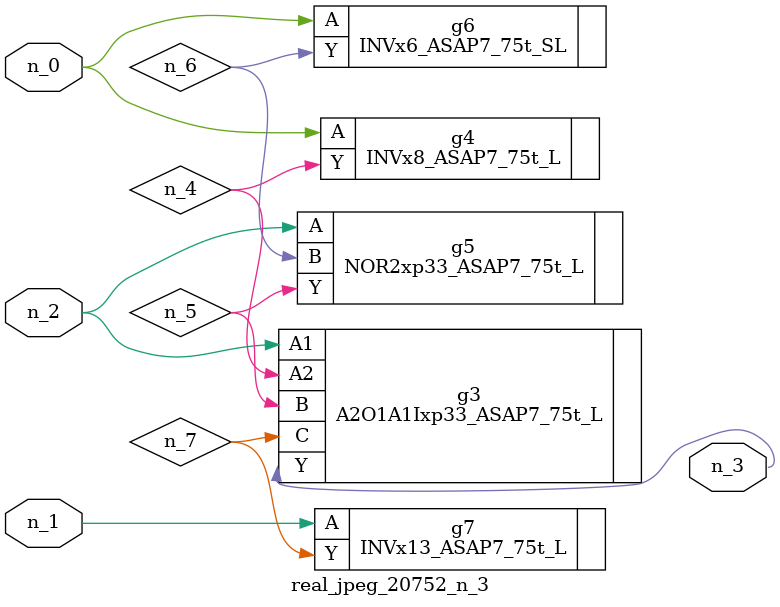
<source format=v>
module real_jpeg_20752_n_3 (n_1, n_0, n_2, n_3);

input n_1;
input n_0;
input n_2;

output n_3;

wire n_5;
wire n_4;
wire n_6;
wire n_7;

INVx8_ASAP7_75t_L g4 ( 
.A(n_0),
.Y(n_4)
);

INVx6_ASAP7_75t_SL g6 ( 
.A(n_0),
.Y(n_6)
);

INVx13_ASAP7_75t_L g7 ( 
.A(n_1),
.Y(n_7)
);

A2O1A1Ixp33_ASAP7_75t_L g3 ( 
.A1(n_2),
.A2(n_4),
.B(n_5),
.C(n_7),
.Y(n_3)
);

NOR2xp33_ASAP7_75t_L g5 ( 
.A(n_2),
.B(n_6),
.Y(n_5)
);


endmodule
</source>
